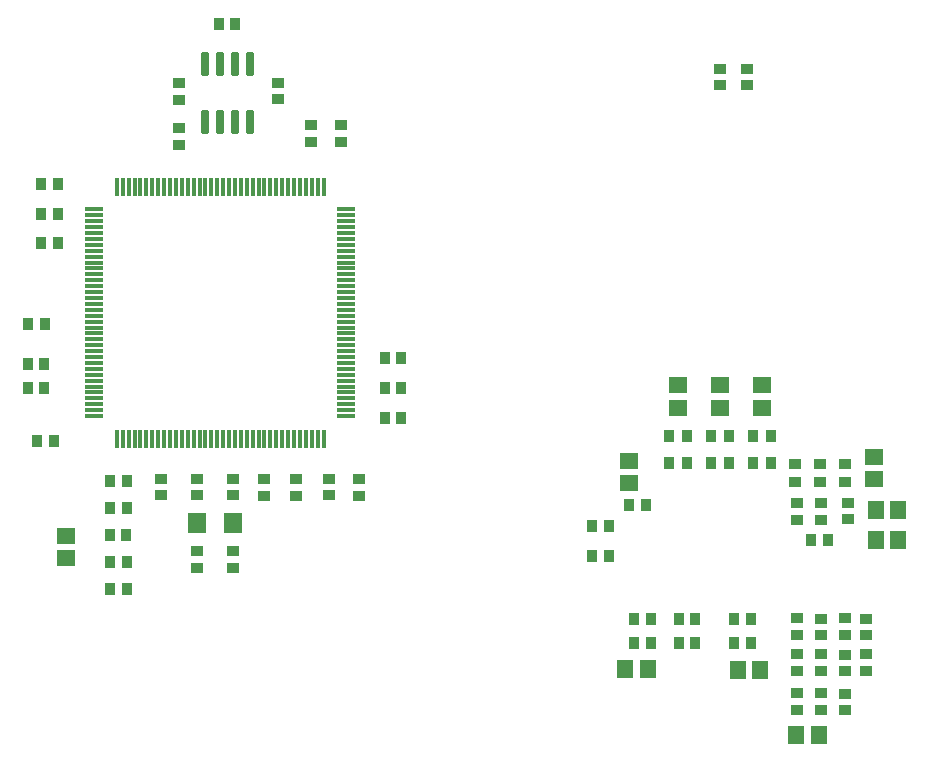
<source format=gbp>
G04*
G04 #@! TF.GenerationSoftware,Altium Limited,Altium Designer,21.0.8 (223)*
G04*
G04 Layer_Color=128*
%FSLAX25Y25*%
%MOIN*%
G70*
G04*
G04 #@! TF.SameCoordinates,8C76C3ED-8D82-4A5C-AC10-AB376F5EDEF7*
G04*
G04*
G04 #@! TF.FilePolarity,Positive*
G04*
G01*
G75*
%ADD16R,0.03740X0.04134*%
%ADD18R,0.04134X0.03740*%
%ADD31R,0.05472X0.06181*%
%ADD33R,0.06181X0.05472*%
G04:AMPARAMS|DCode=86|XSize=61.42mil|YSize=11.02mil|CornerRadius=1.38mil|HoleSize=0mil|Usage=FLASHONLY|Rotation=0.000|XOffset=0mil|YOffset=0mil|HoleType=Round|Shape=RoundedRectangle|*
%AMROUNDEDRECTD86*
21,1,0.06142,0.00827,0,0,0.0*
21,1,0.05866,0.01102,0,0,0.0*
1,1,0.00276,0.02933,-0.00413*
1,1,0.00276,-0.02933,-0.00413*
1,1,0.00276,-0.02933,0.00413*
1,1,0.00276,0.02933,0.00413*
%
%ADD86ROUNDEDRECTD86*%
G04:AMPARAMS|DCode=87|XSize=61.42mil|YSize=11.02mil|CornerRadius=1.38mil|HoleSize=0mil|Usage=FLASHONLY|Rotation=90.000|XOffset=0mil|YOffset=0mil|HoleType=Round|Shape=RoundedRectangle|*
%AMROUNDEDRECTD87*
21,1,0.06142,0.00827,0,0,90.0*
21,1,0.05866,0.01102,0,0,90.0*
1,1,0.00276,0.00413,0.02933*
1,1,0.00276,0.00413,-0.02933*
1,1,0.00276,-0.00413,-0.02933*
1,1,0.00276,-0.00413,0.02933*
%
%ADD87ROUNDEDRECTD87*%
G04:AMPARAMS|DCode=88|XSize=77.56mil|YSize=23.62mil|CornerRadius=2.95mil|HoleSize=0mil|Usage=FLASHONLY|Rotation=90.000|XOffset=0mil|YOffset=0mil|HoleType=Round|Shape=RoundedRectangle|*
%AMROUNDEDRECTD88*
21,1,0.07756,0.01772,0,0,90.0*
21,1,0.07165,0.02362,0,0,90.0*
1,1,0.00591,0.00886,0.03583*
1,1,0.00591,0.00886,-0.03583*
1,1,0.00591,-0.00886,-0.03583*
1,1,0.00591,-0.00886,0.03583*
%
%ADD88ROUNDEDRECTD88*%
%ADD89R,0.05906X0.07087*%
D16*
X166646Y250500D02*
D03*
X172354D02*
D03*
X163646Y289500D02*
D03*
X169354D02*
D03*
X168000Y316500D02*
D03*
X173709D02*
D03*
X288158Y257900D02*
D03*
X282842D02*
D03*
X282643Y267900D02*
D03*
X287958D02*
D03*
X282743Y278100D02*
D03*
X288057D02*
D03*
X168146Y336000D02*
D03*
X173854D02*
D03*
X227343Y389300D02*
D03*
X232658D02*
D03*
X357354Y222000D02*
D03*
X351646D02*
D03*
X357354Y212000D02*
D03*
X351646D02*
D03*
X163842Y276000D02*
D03*
X169158D02*
D03*
X163842Y268000D02*
D03*
X169158D02*
D03*
X196709Y201000D02*
D03*
X191000D02*
D03*
X196709Y210000D02*
D03*
X191000D02*
D03*
Y228000D02*
D03*
X196709D02*
D03*
X191000Y237000D02*
D03*
X196709D02*
D03*
X191197Y219000D02*
D03*
X196512D02*
D03*
X168146Y326000D02*
D03*
X173854D02*
D03*
X386157Y191000D02*
D03*
X380842D02*
D03*
Y183000D02*
D03*
X386157D02*
D03*
X364146Y229000D02*
D03*
X369854D02*
D03*
X405546Y252100D02*
D03*
X411254D02*
D03*
X405546Y243100D02*
D03*
X411254D02*
D03*
X391546Y252100D02*
D03*
X397254D02*
D03*
X391546Y243100D02*
D03*
X397254D02*
D03*
X383254D02*
D03*
X377546D02*
D03*
X383254Y252100D02*
D03*
X377546D02*
D03*
X424646Y217500D02*
D03*
X430354D02*
D03*
X399146Y191000D02*
D03*
X404854D02*
D03*
X399146Y183000D02*
D03*
X404854D02*
D03*
X371354D02*
D03*
X365646D02*
D03*
X371354Y191000D02*
D03*
X365646D02*
D03*
D18*
X242412Y232146D02*
D03*
Y237854D02*
D03*
X268000Y350146D02*
D03*
Y355854D02*
D03*
X264000Y237657D02*
D03*
Y232343D02*
D03*
X253000Y237854D02*
D03*
Y232146D02*
D03*
X274000D02*
D03*
Y237854D02*
D03*
X214000Y354854D02*
D03*
Y349146D02*
D03*
X247000Y364342D02*
D03*
Y369657D02*
D03*
X258000Y355854D02*
D03*
Y350146D02*
D03*
X419400Y242554D02*
D03*
Y236846D02*
D03*
X427900Y242554D02*
D03*
Y236846D02*
D03*
X436200Y242554D02*
D03*
Y236846D02*
D03*
X208000Y232343D02*
D03*
Y237657D02*
D03*
X214000Y369854D02*
D03*
Y364146D02*
D03*
X232000Y232343D02*
D03*
Y237657D02*
D03*
Y208146D02*
D03*
Y213854D02*
D03*
X220000Y208146D02*
D03*
Y213854D02*
D03*
Y232343D02*
D03*
Y237657D02*
D03*
X437200Y229729D02*
D03*
Y224414D02*
D03*
X428000Y224146D02*
D03*
Y229854D02*
D03*
X420000Y224146D02*
D03*
Y229854D02*
D03*
X428000Y173646D02*
D03*
Y179354D02*
D03*
X436000Y173843D02*
D03*
Y179157D02*
D03*
X420000Y173646D02*
D03*
Y179354D02*
D03*
Y191354D02*
D03*
Y185646D02*
D03*
X436000Y191354D02*
D03*
Y185646D02*
D03*
X443000Y185843D02*
D03*
Y191157D02*
D03*
Y179354D02*
D03*
Y173646D02*
D03*
X428000Y191157D02*
D03*
Y185843D02*
D03*
X420000Y166354D02*
D03*
Y160646D02*
D03*
X428000Y166354D02*
D03*
Y160646D02*
D03*
X436000Y160843D02*
D03*
Y166157D02*
D03*
X394500Y374212D02*
D03*
Y368897D02*
D03*
X403300Y368997D02*
D03*
Y374312D02*
D03*
D31*
X446240Y227500D02*
D03*
X453760D02*
D03*
Y217500D02*
D03*
X446240D02*
D03*
X400240Y174000D02*
D03*
X407760D02*
D03*
X427260Y152500D02*
D03*
X419740D02*
D03*
X362740Y174500D02*
D03*
X370260D02*
D03*
D33*
X408400Y268860D02*
D03*
Y261340D02*
D03*
X176500Y218760D02*
D03*
Y211240D02*
D03*
X364000Y236240D02*
D03*
Y243760D02*
D03*
X445900Y245160D02*
D03*
Y237640D02*
D03*
X394400Y261340D02*
D03*
Y268860D02*
D03*
X380400Y261340D02*
D03*
Y268860D02*
D03*
D86*
X185753Y258651D02*
D03*
Y260620D02*
D03*
Y262588D02*
D03*
Y264557D02*
D03*
Y266525D02*
D03*
Y268494D02*
D03*
Y270462D02*
D03*
Y272431D02*
D03*
Y274399D02*
D03*
Y276368D02*
D03*
Y278336D02*
D03*
Y280305D02*
D03*
Y282273D02*
D03*
Y284242D02*
D03*
Y286210D02*
D03*
Y288179D02*
D03*
Y290147D02*
D03*
Y292116D02*
D03*
Y294084D02*
D03*
Y296053D02*
D03*
Y298021D02*
D03*
Y299990D02*
D03*
Y301958D02*
D03*
Y303927D02*
D03*
Y305895D02*
D03*
Y307864D02*
D03*
Y309832D02*
D03*
Y311801D02*
D03*
Y313769D02*
D03*
Y315738D02*
D03*
Y317706D02*
D03*
Y319675D02*
D03*
Y321643D02*
D03*
Y323612D02*
D03*
Y325580D02*
D03*
Y327549D02*
D03*
X269847D02*
D03*
Y325580D02*
D03*
Y323612D02*
D03*
Y321643D02*
D03*
Y319675D02*
D03*
Y317706D02*
D03*
Y315738D02*
D03*
Y313769D02*
D03*
Y311801D02*
D03*
Y309832D02*
D03*
Y307864D02*
D03*
Y305895D02*
D03*
Y303927D02*
D03*
Y301958D02*
D03*
Y299990D02*
D03*
Y298021D02*
D03*
Y296053D02*
D03*
Y294084D02*
D03*
Y292116D02*
D03*
Y290147D02*
D03*
Y288179D02*
D03*
Y286210D02*
D03*
Y284242D02*
D03*
Y282273D02*
D03*
Y280305D02*
D03*
Y278336D02*
D03*
Y276368D02*
D03*
Y274399D02*
D03*
Y272431D02*
D03*
Y270462D02*
D03*
Y268494D02*
D03*
Y266525D02*
D03*
Y264557D02*
D03*
Y262588D02*
D03*
Y260620D02*
D03*
Y258651D02*
D03*
D87*
X262249Y251053D02*
D03*
X260280D02*
D03*
X258312D02*
D03*
X256343D02*
D03*
X254375D02*
D03*
X252406D02*
D03*
X250438D02*
D03*
X248469D02*
D03*
X246501D02*
D03*
X244532D02*
D03*
X242564D02*
D03*
X240595D02*
D03*
X238627D02*
D03*
X236658D02*
D03*
X234690D02*
D03*
X232721D02*
D03*
X230753D02*
D03*
X228784D02*
D03*
X226816D02*
D03*
X224847D02*
D03*
X222879D02*
D03*
X220910D02*
D03*
X218942D02*
D03*
X216973D02*
D03*
X215005D02*
D03*
X213036D02*
D03*
X211068D02*
D03*
X209099D02*
D03*
X207131D02*
D03*
X205162D02*
D03*
X203194D02*
D03*
X201225D02*
D03*
X199257D02*
D03*
X197288D02*
D03*
X195320D02*
D03*
X193351D02*
D03*
Y335147D02*
D03*
X195320D02*
D03*
X197288D02*
D03*
X199257D02*
D03*
X201225D02*
D03*
X203194D02*
D03*
X205162D02*
D03*
X207131D02*
D03*
X209099D02*
D03*
X211068D02*
D03*
X213036D02*
D03*
X215005D02*
D03*
X216973D02*
D03*
X218942D02*
D03*
X220910D02*
D03*
X222879D02*
D03*
X224847D02*
D03*
X226816D02*
D03*
X228784D02*
D03*
X230753D02*
D03*
X232721D02*
D03*
X234690D02*
D03*
X236658D02*
D03*
X238627D02*
D03*
X240595D02*
D03*
X242564D02*
D03*
X244532D02*
D03*
X246501D02*
D03*
X248469D02*
D03*
X250438D02*
D03*
X252406D02*
D03*
X254375D02*
D03*
X256343D02*
D03*
X258312D02*
D03*
X260280D02*
D03*
X262249D02*
D03*
D88*
X237800Y376024D02*
D03*
X232800D02*
D03*
X227800D02*
D03*
X222800D02*
D03*
Y356576D02*
D03*
X227800D02*
D03*
X232800D02*
D03*
X237800D02*
D03*
D89*
X220094Y223000D02*
D03*
X231906D02*
D03*
M02*

</source>
